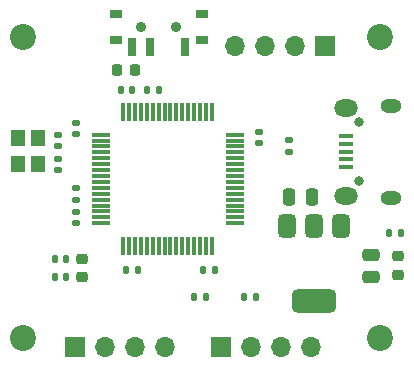
<source format=gbr>
%TF.GenerationSoftware,KiCad,Pcbnew,8.0.3*%
%TF.CreationDate,2024-06-28T00:17:40-05:00*%
%TF.ProjectId,Example PCB,4578616d-706c-4652-9050-43422e6b6963,rev?*%
%TF.SameCoordinates,Original*%
%TF.FileFunction,Soldermask,Top*%
%TF.FilePolarity,Negative*%
%FSLAX46Y46*%
G04 Gerber Fmt 4.6, Leading zero omitted, Abs format (unit mm)*
G04 Created by KiCad (PCBNEW 8.0.3) date 2024-06-28 00:17:40*
%MOMM*%
%LPD*%
G01*
G04 APERTURE LIST*
G04 Aperture macros list*
%AMRoundRect*
0 Rectangle with rounded corners*
0 $1 Rounding radius*
0 $2 $3 $4 $5 $6 $7 $8 $9 X,Y pos of 4 corners*
0 Add a 4 corners polygon primitive as box body*
4,1,4,$2,$3,$4,$5,$6,$7,$8,$9,$2,$3,0*
0 Add four circle primitives for the rounded corners*
1,1,$1+$1,$2,$3*
1,1,$1+$1,$4,$5*
1,1,$1+$1,$6,$7*
1,1,$1+$1,$8,$9*
0 Add four rect primitives between the rounded corners*
20,1,$1+$1,$2,$3,$4,$5,0*
20,1,$1+$1,$4,$5,$6,$7,0*
20,1,$1+$1,$6,$7,$8,$9,0*
20,1,$1+$1,$8,$9,$2,$3,0*%
G04 Aperture macros list end*
%ADD10R,1.000000X0.800000*%
%ADD11C,0.900000*%
%ADD12R,0.700000X1.500000*%
%ADD13C,2.200000*%
%ADD14R,1.200000X1.400000*%
%ADD15RoundRect,0.075000X-0.700000X-0.075000X0.700000X-0.075000X0.700000X0.075000X-0.700000X0.075000X0*%
%ADD16RoundRect,0.075000X-0.075000X-0.700000X0.075000X-0.700000X0.075000X0.700000X-0.075000X0.700000X0*%
%ADD17RoundRect,0.375000X-0.375000X0.625000X-0.375000X-0.625000X0.375000X-0.625000X0.375000X0.625000X0*%
%ADD18RoundRect,0.500000X-1.400000X0.500000X-1.400000X-0.500000X1.400000X-0.500000X1.400000X0.500000X0*%
%ADD19RoundRect,0.135000X-0.135000X-0.185000X0.135000X-0.185000X0.135000X0.185000X-0.135000X0.185000X0*%
%ADD20RoundRect,0.135000X0.135000X0.185000X-0.135000X0.185000X-0.135000X-0.185000X0.135000X-0.185000X0*%
%ADD21RoundRect,0.135000X0.185000X-0.135000X0.185000X0.135000X-0.185000X0.135000X-0.185000X-0.135000X0*%
%ADD22R,1.700000X1.700000*%
%ADD23O,1.700000X1.700000*%
%ADD24O,0.800000X0.800000*%
%ADD25R,1.300000X0.450000*%
%ADD26O,1.800000X1.150000*%
%ADD27O,2.000000X1.450000*%
%ADD28RoundRect,0.218750X-0.256250X0.218750X-0.256250X-0.218750X0.256250X-0.218750X0.256250X0.218750X0*%
%ADD29RoundRect,0.140000X0.140000X0.170000X-0.140000X0.170000X-0.140000X-0.170000X0.140000X-0.170000X0*%
%ADD30RoundRect,0.140000X0.170000X-0.140000X0.170000X0.140000X-0.170000X0.140000X-0.170000X-0.140000X0*%
%ADD31RoundRect,0.140000X-0.140000X-0.170000X0.140000X-0.170000X0.140000X0.170000X-0.140000X0.170000X0*%
%ADD32RoundRect,0.140000X-0.170000X0.140000X-0.170000X-0.140000X0.170000X-0.140000X0.170000X0.140000X0*%
%ADD33RoundRect,0.225000X-0.225000X-0.250000X0.225000X-0.250000X0.225000X0.250000X-0.225000X0.250000X0*%
%ADD34RoundRect,0.250000X0.475000X-0.250000X0.475000X0.250000X-0.475000X0.250000X-0.475000X-0.250000X0*%
%ADD35RoundRect,0.250000X-0.250000X-0.475000X0.250000X-0.475000X0.250000X0.475000X-0.250000X0.475000X0*%
G04 APERTURE END LIST*
D10*
%TO.C,SW1*%
X114900000Y-105210000D03*
X114900000Y-103000000D03*
D11*
X112750000Y-104100000D03*
X109750000Y-104100000D03*
D10*
X107600000Y-105210000D03*
X107600000Y-103000000D03*
D12*
X113500000Y-105860000D03*
X110500000Y-105860000D03*
X109000000Y-105860000D03*
%TD*%
D13*
%TO.C,H4*%
X99750000Y-105000000D03*
%TD*%
%TO.C,H3*%
X130000000Y-105000000D03*
%TD*%
%TO.C,H2*%
X130000000Y-130500000D03*
%TD*%
%TO.C,H1*%
X99750000Y-130500000D03*
%TD*%
D14*
%TO.C,Y1*%
X99300000Y-113500000D03*
X99300000Y-115700000D03*
X101000000Y-115700000D03*
X101000000Y-113500000D03*
%TD*%
D15*
%TO.C,U2*%
X106325000Y-113250000D03*
X106325000Y-113750000D03*
X106325000Y-114250000D03*
X106325000Y-114750000D03*
X106325000Y-115250000D03*
X106325000Y-115750000D03*
X106325000Y-116250000D03*
X106325000Y-116750000D03*
X106325000Y-117250000D03*
X106325000Y-117750000D03*
X106325000Y-118250000D03*
X106325000Y-118750000D03*
X106325000Y-119250000D03*
X106325000Y-119750000D03*
X106325000Y-120250000D03*
X106325000Y-120750000D03*
D16*
X108250000Y-122675000D03*
X108750000Y-122675000D03*
X109250000Y-122675000D03*
X109750000Y-122675000D03*
X110250000Y-122675000D03*
X110750000Y-122675000D03*
X111250000Y-122675000D03*
X111750000Y-122675000D03*
X112250000Y-122675000D03*
X112750000Y-122675000D03*
X113250000Y-122675000D03*
X113750000Y-122675000D03*
X114250000Y-122675000D03*
X114750000Y-122675000D03*
X115250000Y-122675000D03*
X115750000Y-122675000D03*
D15*
X117675000Y-120750000D03*
X117675000Y-120250000D03*
X117675000Y-119750000D03*
X117675000Y-119250000D03*
X117675000Y-118750000D03*
X117675000Y-118250000D03*
X117675000Y-117750000D03*
X117675000Y-117250000D03*
X117675000Y-116750000D03*
X117675000Y-116250000D03*
X117675000Y-115750000D03*
X117675000Y-115250000D03*
X117675000Y-114750000D03*
X117675000Y-114250000D03*
X117675000Y-113750000D03*
X117675000Y-113250000D03*
D16*
X115750000Y-111325000D03*
X115250000Y-111325000D03*
X114750000Y-111325000D03*
X114250000Y-111325000D03*
X113750000Y-111325000D03*
X113250000Y-111325000D03*
X112750000Y-111325000D03*
X112250000Y-111325000D03*
X111750000Y-111325000D03*
X111250000Y-111325000D03*
X110750000Y-111325000D03*
X110250000Y-111325000D03*
X109750000Y-111325000D03*
X109250000Y-111325000D03*
X108750000Y-111325000D03*
X108250000Y-111325000D03*
%TD*%
D17*
%TO.C,U1*%
X122100000Y-121000000D03*
D18*
X124400000Y-127300000D03*
D17*
X124400000Y-121000000D03*
X126700000Y-121000000D03*
%TD*%
D19*
%TO.C,R5*%
X119500000Y-127000000D03*
X118480000Y-127000000D03*
%TD*%
D20*
%TO.C,R4*%
X114240000Y-127000000D03*
X115260000Y-127000000D03*
%TD*%
D21*
%TO.C,R3*%
X122250000Y-113730000D03*
X122250000Y-114750000D03*
%TD*%
D20*
%TO.C,R2*%
X111250000Y-109500000D03*
X110230000Y-109500000D03*
%TD*%
D19*
%TO.C,R1*%
X131760000Y-121550000D03*
X130740000Y-121550000D03*
%TD*%
D22*
%TO.C,J4*%
X116500000Y-131250000D03*
D23*
X119040000Y-131250000D03*
X121580000Y-131250000D03*
X124120000Y-131250000D03*
%TD*%
D24*
%TO.C,J3*%
X128195000Y-117200000D03*
X128195000Y-112200000D03*
D25*
X127095000Y-116000000D03*
X127095000Y-115350000D03*
X127095000Y-114700000D03*
X127095000Y-114050000D03*
X127095000Y-113400000D03*
D26*
X130945000Y-118575000D03*
D27*
X127145000Y-118425000D03*
X127145000Y-110975000D03*
D26*
X130945000Y-110825000D03*
%TD*%
D23*
%TO.C,J2*%
X117750000Y-105750000D03*
X120290000Y-105750000D03*
X122830000Y-105750000D03*
D22*
X125370000Y-105750000D03*
%TD*%
D23*
%TO.C,J1*%
X111820000Y-131250000D03*
X109280000Y-131250000D03*
X106740000Y-131250000D03*
D22*
X104200000Y-131250000D03*
%TD*%
D28*
%TO.C,FB1*%
X104750000Y-123755000D03*
X104750000Y-125330000D03*
%TD*%
%TO.C,D1*%
X131500000Y-125125000D03*
X131500000Y-123550000D03*
%TD*%
D29*
%TO.C,C14*%
X103440000Y-125330000D03*
X102480000Y-125330000D03*
%TD*%
%TO.C,C13*%
X103440000Y-123750000D03*
X102480000Y-123750000D03*
%TD*%
D30*
%TO.C,C12*%
X104250000Y-120750000D03*
X104250000Y-119790000D03*
%TD*%
D31*
%TO.C,C11*%
X108020000Y-109500000D03*
X108980000Y-109500000D03*
%TD*%
D32*
%TO.C,C10*%
X119750000Y-113020000D03*
X119750000Y-113980000D03*
%TD*%
D29*
%TO.C,C9*%
X115980000Y-124750000D03*
X115020000Y-124750000D03*
%TD*%
D30*
%TO.C,C8*%
X102750000Y-116250000D03*
X102750000Y-115290000D03*
%TD*%
D29*
%TO.C,C7*%
X109480000Y-124750000D03*
X108520000Y-124750000D03*
%TD*%
D30*
%TO.C,C6*%
X104250000Y-113230000D03*
X104250000Y-112270000D03*
%TD*%
%TO.C,C5*%
X102750000Y-114250000D03*
X102750000Y-113290000D03*
%TD*%
D32*
%TO.C,C4*%
X104250000Y-117790000D03*
X104250000Y-118750000D03*
%TD*%
D33*
%TO.C,C3*%
X107725000Y-107750000D03*
X109275000Y-107750000D03*
%TD*%
D34*
%TO.C,C2*%
X129250000Y-123400000D03*
X129250000Y-125300000D03*
%TD*%
D35*
%TO.C,C1*%
X122300000Y-118500000D03*
X124200000Y-118500000D03*
%TD*%
M02*

</source>
